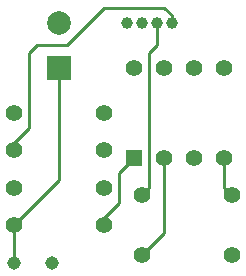
<source format=gtl>
G04 (created by PCBNEW (2013-mar-25)-stable) date Monday, September 30, 2013 02:43:07 PM*
%MOIN*%
G04 Gerber Fmt 3.4, Leading zero omitted, Abs format*
%FSLAX34Y34*%
G01*
G70*
G90*
G04 APERTURE LIST*
%ADD10C,0.006*%
%ADD11C,0.055*%
%ADD12C,0.0394*%
%ADD13R,0.0787X0.0787*%
%ADD14C,0.0787*%
%ADD15R,0.055X0.055*%
%ADD16C,0.045*%
%ADD17C,0.01*%
G04 APERTURE END LIST*
G54D10*
G54D11*
X56500Y-26750D03*
X56500Y-28750D03*
X53500Y-26750D03*
X53500Y-28750D03*
X52250Y-25250D03*
X49250Y-25250D03*
X52250Y-24000D03*
X49250Y-24000D03*
X52250Y-26500D03*
X49250Y-26500D03*
X52250Y-27750D03*
X49250Y-27750D03*
G54D12*
X54500Y-21000D03*
X54000Y-21000D03*
X53500Y-21000D03*
X53000Y-21000D03*
G54D13*
X50750Y-22500D03*
G54D14*
X50750Y-21000D03*
G54D15*
X53250Y-25500D03*
G54D11*
X54250Y-25500D03*
X55250Y-25500D03*
X56250Y-25500D03*
X56250Y-22500D03*
X55250Y-22500D03*
X54250Y-22500D03*
X53250Y-22500D03*
G54D16*
X49250Y-29000D03*
X50500Y-29000D03*
G54D17*
X53500Y-26750D02*
X53750Y-26500D01*
X53750Y-26500D02*
X53750Y-22000D01*
X53750Y-22000D02*
X54000Y-21750D01*
X54000Y-21750D02*
X54000Y-21000D01*
X56500Y-26750D02*
X56250Y-26500D01*
X56250Y-26500D02*
X56250Y-25500D01*
X53500Y-28750D02*
X54250Y-28000D01*
X54250Y-28000D02*
X54250Y-25500D01*
X49250Y-27750D02*
X50750Y-26250D01*
X50750Y-26250D02*
X50750Y-22500D01*
X49250Y-29000D02*
X49250Y-27750D01*
X53250Y-25500D02*
X52750Y-26000D01*
X52750Y-26000D02*
X52750Y-27000D01*
X52750Y-27000D02*
X52250Y-27500D01*
X52250Y-27500D02*
X52250Y-27750D01*
X54500Y-21000D02*
X54500Y-20750D01*
X54500Y-20750D02*
X54250Y-20500D01*
X54250Y-20500D02*
X52250Y-20500D01*
X52250Y-20500D02*
X51000Y-21750D01*
X51000Y-21750D02*
X50000Y-21750D01*
X50000Y-21750D02*
X49750Y-22000D01*
X49750Y-22000D02*
X49750Y-24500D01*
X49750Y-24500D02*
X49250Y-25000D01*
X49250Y-25000D02*
X49250Y-25250D01*
M02*

</source>
